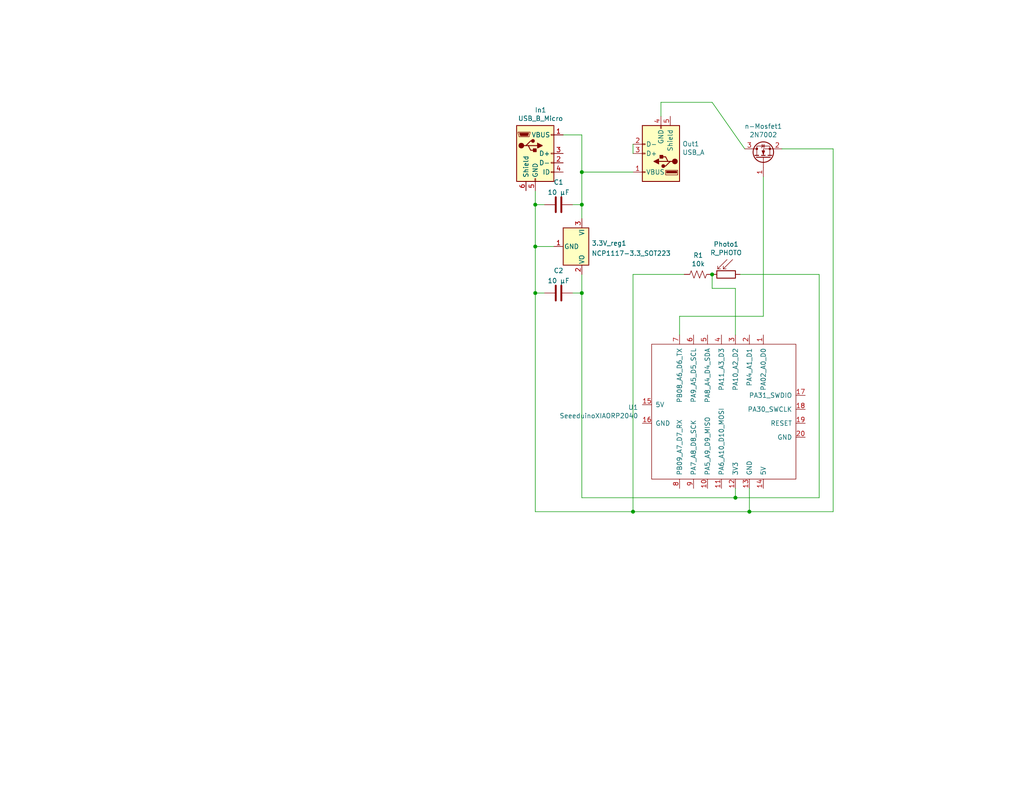
<source format=kicad_sch>
(kicad_sch (version 20211123) (generator eeschema)
  (paper "USLetter")
  (title_block (rev "1") (comment 1 "Design for JLCPCB 1-2 Layer Service"))
  (lib_symbols
    (symbol "Connector:USB_A" (pin_names (offset 1.016))
      (property "Reference" "J" (at -5.08 11.43 0))
      (property "Value" "USB_A" (at -5.08 8.89 0))
      (symbol "USB_A_0_1"
        (rectangle (start -5.08 -7.62) (end 5.08 7.62) (stroke (width 0.254)) (fill (type background)))
        (circle (center -3.81 2.159) (radius 0.635) (stroke (width 0.254)) (fill (type outline)))
        (rectangle (start -1.524 4.826) (end -4.318 5.334) (fill (type outline)))
        (rectangle (start -1.27 4.572) (end -4.572 5.842))
        (circle (center -0.635 3.429) (radius 0.381) (stroke (width 0.254)) (fill (type outline)))
        (rectangle (start -0.127 -7.62) (end 0.127 -6.858))
        (polyline (pts (xy -3.175 2.159) (xy -2.54 2.159) (xy -1.27 3.429) (xy -0.635 3.429)) (stroke (width 0.254)))
        (polyline (pts (xy -2.54 2.159) (xy -1.905 2.159) (xy -1.27 0.889) (xy 0 0.889)) (stroke (width 0.254)))
        (polyline (pts (xy 0.635 2.794) (xy 0.635 1.524) (xy 1.905 2.159) (xy 0.635 2.794)) (stroke (width 0.254)) (fill (type outline)))
        (rectangle (start 0.254 1.27) (end -0.508 0.508) (stroke (width 0.254)) (fill (type outline)))
        (rectangle (start 5.08 -2.667) (end 4.318 -2.413))
        (rectangle (start 5.08 -0.127) (end 4.318 0.127))
        (rectangle (start 5.08 4.953) (end 4.318 5.207))
      )
      (symbol "USB_A_1_1"
        (polyline (pts (xy -1.905 2.159) (xy 0.635 2.159)) (stroke (width 0.254)))
        (pin power_in line (at 7.62 5.08 180) (length 2.54) (name "VBUS") (number "1"))
        (pin bidirectional line (at 7.62 -2.54 180) (length 2.54) (name "D-") (number "2"))
        (pin bidirectional line (at 7.62 0 180) (length 2.54) (name "D+") (number "3"))
        (pin power_in line (at 0 -10.16 90) (length 2.54) (name "GND") (number "4"))
        (pin passive line (at -2.54 -10.16 90) (length 2.54) (name "Shield") (number "5"))
      )
    )
    (symbol "Connector:USB_B_Micro" (pin_names (offset 1.016))
      (property "Reference" "J" (at -5.08 11.43 0))
      (property "Value" "USB_B_Micro" (at -5.08 8.89 0))
      (symbol "USB_B_Micro_0_1"
        (rectangle (start -5.08 -7.62) (end 5.08 7.62) (stroke (width 0.254)) (fill (type background)))
        (circle (center -3.81 2.159) (radius 0.635) (stroke (width 0.254)) (fill (type outline)))
        (circle (center -0.635 3.429) (radius 0.381) (stroke (width 0.254)) (fill (type outline)))
        (rectangle (start -0.127 -7.62) (end 0.127 -6.858))
        (polyline (pts (xy -1.905 2.159) (xy 0.635 2.159)) (stroke (width 0.254)))
        (polyline (pts (xy -3.175 2.159) (xy -2.54 2.159) (xy -1.27 3.429) (xy -0.635 3.429)) (stroke (width 0.254)))
        (polyline (pts (xy -2.54 2.159) (xy -1.905 2.159) (xy -1.27 0.889) (xy 0 0.889)) (stroke (width 0.254)))
        (polyline (pts (xy 0.635 2.794) (xy 0.635 1.524) (xy 1.905 2.159) (xy 0.635 2.794)) (stroke (width 0.254)) (fill (type outline)))
        (polyline (pts (xy -4.318 5.588) (xy -1.778 5.588) (xy -2.032 4.826) (xy -4.064 4.826) (xy -4.318 5.588)) (fill (type outline)))
        (polyline (pts (xy -4.699 5.842) (xy -4.699 5.588) (xy -4.445 4.826) (xy -4.445 4.572) (xy -1.651 4.572) (xy -1.651 4.826) (xy -1.397 5.588) (xy -1.397 5.842) (xy -4.699 5.842)))
        (rectangle (start 0.254 1.27) (end -0.508 0.508) (stroke (width 0.254)) (fill (type outline)))
        (rectangle (start 5.08 -5.207) (end 4.318 -4.953))
        (rectangle (start 5.08 -2.667) (end 4.318 -2.413))
        (rectangle (start 5.08 -0.127) (end 4.318 0.127))
        (rectangle (start 5.08 4.953) (end 4.318 5.207))
      )
      (symbol "USB_B_Micro_1_1"
        (pin power_out line (at 7.62 5.08 180) (length 2.54) (name "VBUS") (number "1"))
        (pin bidirectional line (at 7.62 -2.54 180) (length 2.54) (name "D-") (number "2"))
        (pin bidirectional line (at 7.62 0 180) (length 2.54) (name "D+") (number "3"))
        (pin passive line (at 7.62 -5.08 180) (length 2.54) (name "ID") (number "4"))
        (pin power_out line (at 0 -10.16 90) (length 2.54) (name "GND") (number "5"))
        (pin passive line (at -2.54 -10.16 90) (length 2.54) (name "Shield") (number "6"))
      )
    )
    (symbol "Device:C" (pin_numbers hide) (pin_names (offset 0.254))
      (property "Reference" "C" (at 0.635 2.54 0))
      (property "Value" "C" (at 0.635 -2.54 0))
      (symbol "C_0_1"
        (polyline (pts (xy -2.032 -0.762) (xy 2.032 -0.762)) (stroke (width 0.508)))
        (polyline (pts (xy -2.032 0.762) (xy 2.032 0.762)) (stroke (width 0.508)))
      )
      (symbol "C_1_1"
        (pin passive line (at 0 3.81 270) (length 2.794) (name "~") (number "1"))
        (pin passive line (at 0 -3.81 90) (length 2.794) (name "~") (number "2"))
      )
    )
    (symbol "Device:R_PHOTO" (pin_numbers hide) (pin_names (offset 0))
      (property "Reference" "R" (at 1.27 1.27 0))
      (property "Value" "Device_R_PHOTO" (at 1.27 0 0))
      (symbol "R_PHOTO_0_1"
        (rectangle (start -1.016 2.54) (end 1.016 -2.54) (stroke (width 0.254)))
        (polyline (pts (xy -1.524 -2.286) (xy -4.064 0.254)))
        (polyline (pts (xy -1.524 -2.286) (xy -2.286 -2.286)))
        (polyline (pts (xy -1.524 -2.286) (xy -1.524 -1.524)))
        (polyline (pts (xy -1.524 -0.762) (xy -4.064 1.778)))
        (polyline (pts (xy -1.524 -0.762) (xy -2.286 -0.762)))
        (polyline (pts (xy -1.524 -0.762) (xy -1.524 0)))
      )
      (symbol "R_PHOTO_1_1"
        (pin passive line (at 0 3.81 270) (length 1.27) (name "~") (number "1"))
        (pin passive line (at 0 -3.81 90) (length 1.27) (name "~") (number "2"))
      )
    )
    (symbol "Device:R_US" (pin_numbers hide) (pin_names (offset 0))
      (property "Reference" "R" (at 2.54 0 90))
      (property "Value" "R_US" (at -2.54 0 90))
      (symbol "R_US_0_1"
        (polyline (pts (xy 0 -2.286) (xy 0 -2.54)))
        (polyline (pts (xy 0 2.286) (xy 0 2.54)))
        (polyline (pts (xy 0 -0.762) (xy 1.016 -1.143) (xy 0 -1.524) (xy -1.016 -1.905) (xy 0 -2.286)))
        (polyline (pts (xy 0 0.762) (xy 1.016 0.381) (xy 0 0) (xy -1.016 -0.381) (xy 0 -0.762)))
        (polyline (pts (xy 0 2.286) (xy 1.016 1.905) (xy 0 1.524) (xy -1.016 1.143) (xy 0 0.762)))
      )
      (symbol "R_US_1_1"
        (pin passive line (at 0 3.81 270) (length 1.27) (name "~") (number "1"))
        (pin passive line (at 0 -3.81 90) (length 1.27) (name "~") (number "2"))
      )
    )
    (symbol "Regulator_Linear:NCP1117-3.3_SOT223" (pin_names (offset 0.254))
      (property "Reference" "U" (at -3.81 3.175 0))
      (property "Value" "NCP1117-3.3_SOT223" (at 0 3.175 0))
      (symbol "NCP1117-3.3_SOT223_0_1"
        (rectangle (start -5.08 -5.08) (end 5.08 1.905) (stroke (width 0.254)) (fill (type background)))
      )
      (symbol "NCP1117-3.3_SOT223_1_1"
        (pin power_in line (at 0 -7.62 90) (length 2.54) (name "GND") (number "1"))
        (pin power_out line (at 7.62 0 180) (length 2.54) (name "VO") (number "2"))
        (pin power_in line (at -7.62 0 0) (length 2.54) (name "VI") (number "3"))
      )
    )
    (symbol "Seeeduino_XIAO:SeeeduinoXIAO" (pin_names (offset 1.016))
      (property "Reference" "U" (at -19.05 22.86 0))
      (property "Value" "SeeeduinoXIAO" (at -12.7 21.59 0))
      (symbol "SeeeduinoXIAO_0_1"
        (rectangle (start -19.05 20.32) (end 17.78 -19.05))
      )
      (symbol "SeeeduinoXIAO_1_1"
        (pin unspecified line (at -21.59 11.43 0) (length 2.54) (name "PA02_A0_D0") (number "1"))
        (pin unspecified line (at 20.32 -3.81 180) (length 2.54) (name "PA5_A9_D9_MISO") (number "10"))
        (pin unspecified line (at 20.32 0 180) (length 2.54) (name "PA6_A10_D10_MOSI") (number "11"))
        (pin unspecified line (at 20.32 3.81 180) (length 2.54) (name "3V3") (number "12"))
        (pin unspecified line (at 20.32 7.62 180) (length 2.54) (name "GND") (number "13"))
        (pin unspecified line (at 20.32 11.43 180) (length 2.54) (name "5V") (number "14"))
        (pin input line (at -2.54 -21.59 90) (length 2.54) (name "5V") (number "15"))
        (pin input line (at 2.54 -21.59 90) (length 2.54) (name "GND") (number "16"))
        (pin input line (at -5.08 22.86 270) (length 2.54) (name "PA31_SWDIO") (number "17"))
        (pin input line (at -1.27 22.86 270) (length 2.54) (name "PA30_SWCLK") (number "18"))
        (pin input line (at 2.54 22.86 270) (length 2.54) (name "RESET") (number "19"))
        (pin unspecified line (at -21.59 7.62 0) (length 2.54) (name "PA4_A1_D1") (number "2"))
        (pin input line (at 6.35 22.86 270) (length 2.54) (name "GND") (number "20"))
        (pin unspecified line (at -21.59 3.81 0) (length 2.54) (name "PA10_A2_D2") (number "3"))
        (pin unspecified line (at -21.59 0 0) (length 2.54) (name "PA11_A3_D3") (number "4"))
        (pin unspecified line (at -21.59 -3.81 0) (length 2.54) (name "PA8_A4_D4_SDA") (number "5"))
        (pin unspecified line (at -21.59 -7.62 0) (length 2.54) (name "PA9_A5_D5_SCL") (number "6"))
        (pin unspecified line (at -21.59 -11.43 0) (length 2.54) (name "PB08_A6_D6_TX") (number "7"))
        (pin unspecified line (at 20.32 -11.43 180) (length 2.54) (name "PB09_A7_D7_RX") (number "8"))
        (pin unspecified line (at 20.32 -7.62 180) (length 2.54) (name "PA7_A8_D8_SCK") (number "9"))
      )
    )
    (symbol "Transistor_FET:2N7002" (pin_names hide)
      (property "Reference" "Q" (at 5.08 1.905 0))
      (property "Value" "2N7002" (at 5.08 0 0))
      (symbol "2N7002_0_1"
        (polyline (pts (xy 0.254 0) (xy -2.54 0)))
        (polyline (pts (xy 0.254 1.905) (xy 0.254 -1.905)) (stroke (width 0.254)))
        (polyline (pts (xy 0.762 -1.27) (xy 0.762 -2.286)) (stroke (width 0.254)))
        (polyline (pts (xy 0.762 0.508) (xy 0.762 -0.508)) (stroke (width 0.254)))
        (polyline (pts (xy 0.762 2.286) (xy 0.762 1.27)) (stroke (width 0.254)))
        (polyline (pts (xy 2.54 2.54) (xy 2.54 1.778)))
        (polyline (pts (xy 2.54 -2.54) (xy 2.54 0) (xy 0.762 0)))
        (polyline (pts (xy 0.762 -1.778) (xy 3.302 -1.778) (xy 3.302 1.778) (xy 0.762 1.778)))
        (polyline (pts (xy 1.016 0) (xy 2.032 0.381) (xy 2.032 -0.381) (xy 1.016 0)) (fill (type outline)))
        (polyline (pts (xy 2.794 0.508) (xy 2.921 0.381) (xy 3.683 0.381) (xy 3.81 0.254)))
        (polyline (pts (xy 3.302 0.381) (xy 2.921 -0.254) (xy 3.683 -0.254) (xy 3.302 0.381)))
        (circle (center 1.651 0) (radius 2.794) (stroke (width 0.254)))
        (circle (center 2.54 -1.778) (radius 0.254) (fill (type outline)))
        (circle (center 2.54 1.778) (radius 0.254) (fill (type outline)))
      )
      (symbol "2N7002_1_1"
        (pin input line (at -5.08 0 0) (length 2.54) (name "G") (number "1"))
        (pin passive line (at 2.54 -5.08 90) (length 2.54) (name "S") (number "2"))
        (pin passive line (at 2.54 5.08 270) (length 2.54) (name "D") (number "3"))
      )
    )
  )
  (junction (at 146.05 67.31))
  (junction (at 146.05 55.88))
  (junction (at 200.66 135.89))
  (junction (at 158.75 55.88))
  (junction (at 194.31 74.93))
  (junction (at 146.05 80.01))
  (junction (at 158.75 80.01))
  (junction (at 204.47 139.7))
  (junction (at 158.75 46.99))
  (junction (at 172.72 139.7))
  (wire (pts (xy 172.72 74.93) (xy 186.69 74.93)))
  (wire (pts (xy 208.28 48.26) (xy 208.28 86.36)))
  (wire (pts (xy 146.05 80.01) (xy 148.59 80.01)))
  (wire (pts (xy 146.05 55.88) (xy 146.05 67.31)))
  (wire (pts (xy 227.33 40.64) (xy 227.33 139.7)))
  (wire (pts (xy 200.66 78.74) (xy 194.31 78.74)))
  (wire (pts (xy 146.05 80.01) (xy 146.05 139.7)))
  (wire (pts (xy 200.66 135.89) (xy 158.75 135.89)))
  (wire (pts (xy 194.31 27.94) (xy 180.34 27.94)))
  (wire (pts (xy 172.72 74.93) (xy 172.72 139.7)))
  (wire (pts (xy 208.28 86.36) (xy 185.42 86.36)))
  (wire (pts (xy 194.31 78.74) (xy 194.31 74.93)))
  (wire (pts (xy 146.05 139.7) (xy 172.72 139.7)))
  (wire (pts (xy 146.05 67.31) (xy 146.05 80.01)))
  (wire (pts (xy 146.05 52.07) (xy 146.05 55.88)))
  (wire (pts (xy 158.75 36.83) (xy 158.75 46.99)))
  (wire (pts (xy 200.66 78.74) (xy 200.66 91.44)))
  (wire (pts (xy 158.75 36.83) (xy 153.67 36.83)))
  (wire (pts (xy 172.72 39.37) (xy 172.72 41.91)))
  (wire (pts (xy 158.75 55.88) (xy 158.75 59.69)))
  (wire (pts (xy 200.66 135.89) (xy 223.52 135.89)))
  (wire (pts (xy 223.52 135.89) (xy 223.52 74.93)))
  (wire (pts (xy 156.21 55.88) (xy 158.75 55.88)))
  (wire (pts (xy 158.75 135.89) (xy 158.75 80.01)))
  (wire (pts (xy 204.47 139.7) (xy 204.47 133.35)))
  (wire (pts (xy 201.93 74.93) (xy 223.52 74.93)))
  (wire (pts (xy 172.72 139.7) (xy 204.47 139.7)))
  (wire (pts (xy 227.33 139.7) (xy 204.47 139.7)))
  (wire (pts (xy 158.75 46.99) (xy 172.72 46.99)))
  (wire (pts (xy 185.42 86.36) (xy 185.42 91.44)))
  (wire (pts (xy 146.05 55.88) (xy 148.59 55.88)))
  (wire (pts (xy 158.75 80.01) (xy 158.75 74.93)))
  (wire (pts (xy 213.36 40.64) (xy 227.33 40.64)))
  (wire (pts (xy 146.05 67.31) (xy 151.13 67.31)))
  (wire (pts (xy 203.2 40.64) (xy 194.31 27.94)))
  (wire (pts (xy 156.21 80.01) (xy 158.75 80.01)))
  (wire (pts (xy 200.66 133.35) (xy 200.66 135.89)))
  (wire (pts (xy 158.75 46.99) (xy 158.75 55.88)))
  (wire (pts (xy 180.34 27.94) (xy 180.34 31.75)))
  (symbol (lib_id "Connector:USB_B_Micro") (at 146.05 41.91 0) (unit 1)
    (property "Reference" "In1" (at 147.4978 30.0482 0))
    (property "Value" "USB_B_Micro" (at 147.4978 32.3596 0))
    (property "Footprint" "Connector_USB:USB_Micro-B_Molex-105017-0001" (effects hide))
  )
  (symbol (lib_id "Connector:USB_A") (at 180.34 41.91 180) (unit 1)
    (property "Reference" "Out1" (at 186.182 39.2938 0) (effects (justify right)))
    (property "Value" "USB_A" (at 186.182 41.6052 0) (effects (justify right)))
    (property "Footprint" "Connector_USB:USB_A_Molex_67643_Horizontal" (effects hide))
    (property "Datasheet" " ~" (effects hide))
  )
  (symbol (lib_id "Transistor_FET:2N7002") (at 208.28 43.18 90) (unit 1)
    (property "Reference" "n-Mosfet1" (at 208.28 34.4932 90))
    (property "Value" "2N7002" (at 208.28 36.8046 90))
    (property "Footprint" "Package_TO_SOT_SMD:SOT-23" (effects hide))
    (property "Datasheet" "https://www.onsemi.com/pub/Collateral/NDS7002A-D.PDF" (effects hide))
  )
  (symbol (lib_id "Device:R_PHOTO") (at 198.12 74.93 270) (unit 1)
    (property "Reference" "Photo1" (at 198.12 66.675 90))
    (property "Value" "R_PHOTO" (at 198.12 68.9864 90))
    (property "Footprint" "Resistor_THT:R_Axial_DIN0411_L9.9mm_D3.6mm_P12.70mm_Horizontal" (effects hide))
  )
  (symbol (lib_id "Device:R_US") (at 190.5 74.93 270) (unit 1)
    (property "Reference" "R1" (at 190.5 69.723 90))
    (property "Value" "10k" (at 190.5 72.0344 90))
    (property "Footprint" "Resistor_SMD:R_0805_2012Metric_Pad1.20x1.40mm_HandSolder" (effects hide))
  )
  (symbol (lib_id "Seeeduino_XIAO:SeeeduinoXIAO") (at 196.85 113.03 270) (unit 1)
    (property "Reference" "U1" (at 174.1424 111.2266 90) (effects (justify right)))
    (property "Value" "SeeeduinoXIAORP2040" (at 174.1424 113.538 90) (effects (justify right)))
    (property "Footprint" "Seeeduino:Seeeduino XIAO" (effects hide))
  )
  (symbol (lib_id "Regulator_Linear:NCP1117-3.3_SOT223") (at 158.75 67.31 270) (unit 1)
    (property "Reference" "3.3V_reg1" (at 161.417 66.4015 90) (effects (justify left)))
    (property "Value" "NCP1117-3.3_SOT223" (at 161.417 69.1766 90) (effects (justify left)))
    (property "Footprint" "Package_TO_SOT_SMD:SOT-223-3_TabPin2" (effects hide))
    (property "Datasheet" "http://www.onsemi.com/pub_link/Collateral/NCP1117-D.PDF" (effects hide))
  )
  (symbol (lib_id "Device:C") (at 152.4 55.88 90) (unit 1)
    (property "Reference" "C1" (at 152.4 49.7545 90))
    (property "Value" "10 μF" (at 152.4 52.5296 90))
    (property "Footprint" "Capacitor_SMD:C_0805_2012Metric_Pad1.18x1.45mm_HandSolder" (effects hide))
  )
  (symbol (lib_id "Device:C") (at 152.4 80.01 90) (unit 1)
    (property "Reference" "C2" (at 152.4 73.8845 90))
    (property "Value" "10 μF" (at 152.4 76.6596 90))
    (property "Footprint" "Capacitor_SMD:C_0805_2012Metric_Pad1.18x1.45mm_HandSolder" (effects hide))
  )
)
</source>
